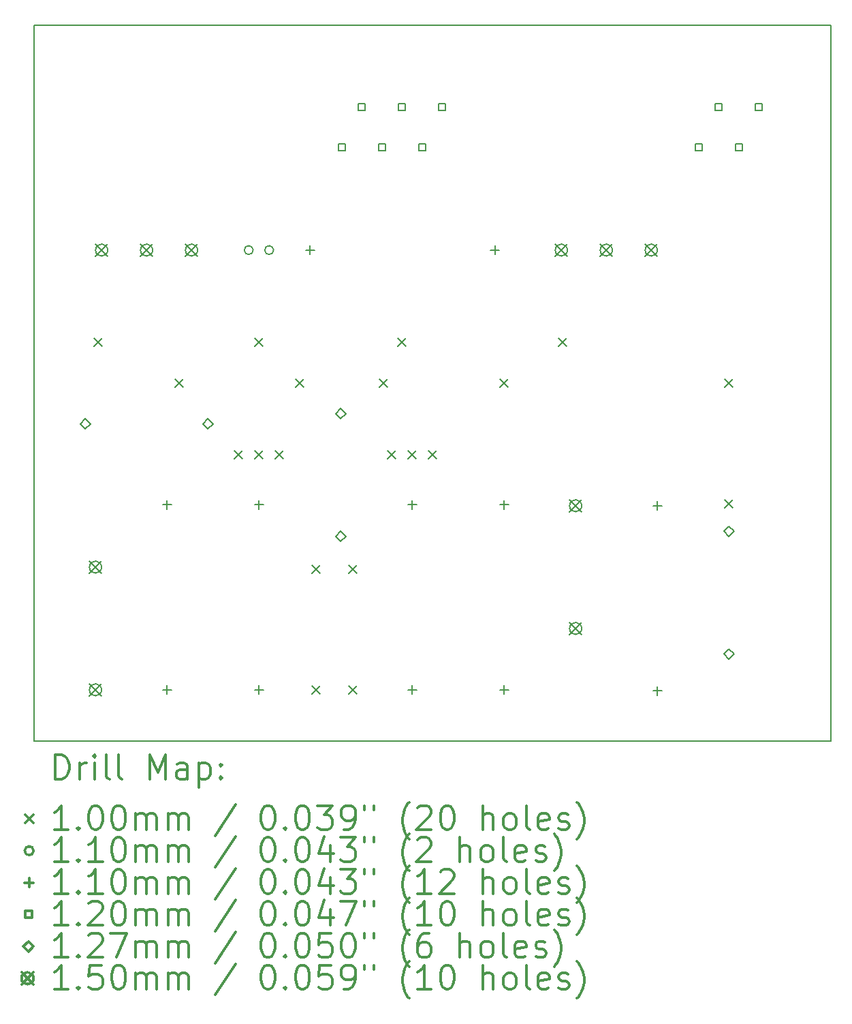
<source format=gbr>
%FSLAX45Y45*%
G04 Gerber Fmt 4.5, Leading zero omitted, Abs format (unit mm)*
G04 Created by KiCad (PCBNEW 4.0.5+dfsg1-4) date Sun Apr 16 11:46:54 2017*
%MOMM*%
%LPD*%
G01*
G04 APERTURE LIST*
%ADD10C,0.127000*%
%ADD11C,0.150000*%
%ADD12C,0.200000*%
%ADD13C,0.300000*%
G04 APERTURE END LIST*
D10*
D11*
X11938000Y-12446000D02*
X11938000Y-3556000D01*
X21844000Y-12446000D02*
X11938000Y-12446000D01*
X21844000Y-3556000D02*
X21844000Y-12446000D01*
X11938000Y-3556000D02*
X21844000Y-3556000D01*
D12*
X12681962Y-7442962D02*
X12782038Y-7543038D01*
X12782038Y-7442962D02*
X12681962Y-7543038D01*
X13689962Y-7950962D02*
X13790038Y-8051038D01*
X13790038Y-7950962D02*
X13689962Y-8051038D01*
X14427962Y-8839962D02*
X14528038Y-8940038D01*
X14528038Y-8839962D02*
X14427962Y-8940038D01*
X14681962Y-7442962D02*
X14782038Y-7543038D01*
X14782038Y-7442962D02*
X14681962Y-7543038D01*
X14681962Y-8839962D02*
X14782038Y-8940038D01*
X14782038Y-8839962D02*
X14681962Y-8940038D01*
X14935962Y-8839962D02*
X15036038Y-8940038D01*
X15036038Y-8839962D02*
X14935962Y-8940038D01*
X15189962Y-7950962D02*
X15290038Y-8051038D01*
X15290038Y-7950962D02*
X15189962Y-8051038D01*
X15393162Y-10260962D02*
X15493238Y-10361038D01*
X15493238Y-10260962D02*
X15393162Y-10361038D01*
X15393162Y-11760962D02*
X15493238Y-11861038D01*
X15493238Y-11760962D02*
X15393162Y-11861038D01*
X15850362Y-10260962D02*
X15950438Y-10361038D01*
X15950438Y-10260962D02*
X15850362Y-10361038D01*
X15850362Y-11760962D02*
X15950438Y-11861038D01*
X15950438Y-11760962D02*
X15850362Y-11861038D01*
X16229962Y-7950962D02*
X16330038Y-8051038D01*
X16330038Y-7950962D02*
X16229962Y-8051038D01*
X16332962Y-8839962D02*
X16433038Y-8940038D01*
X16433038Y-8839962D02*
X16332962Y-8940038D01*
X16459962Y-7442962D02*
X16560038Y-7543038D01*
X16560038Y-7442962D02*
X16459962Y-7543038D01*
X16586962Y-8839962D02*
X16687038Y-8940038D01*
X16687038Y-8839962D02*
X16586962Y-8940038D01*
X16840962Y-8839962D02*
X16941038Y-8940038D01*
X16941038Y-8839962D02*
X16840962Y-8940038D01*
X17729962Y-7950962D02*
X17830038Y-8051038D01*
X17830038Y-7950962D02*
X17729962Y-8051038D01*
X18459962Y-7442962D02*
X18560038Y-7543038D01*
X18560038Y-7442962D02*
X18459962Y-7543038D01*
X20523962Y-7950962D02*
X20624038Y-8051038D01*
X20624038Y-7950962D02*
X20523962Y-8051038D01*
X20523962Y-9450962D02*
X20624038Y-9551038D01*
X20624038Y-9450962D02*
X20523962Y-9551038D01*
X14659864Y-6350000D02*
G75*
G03X14659864Y-6350000I-54864J0D01*
G01*
X14913864Y-6350000D02*
G75*
G03X14913864Y-6350000I-54864J0D01*
G01*
X13589000Y-9456000D02*
X13589000Y-9566000D01*
X13534000Y-9511000D02*
X13644000Y-9511000D01*
X13589000Y-11756000D02*
X13589000Y-11866000D01*
X13534000Y-11811000D02*
X13644000Y-11811000D01*
X14732000Y-9456000D02*
X14732000Y-9566000D01*
X14677000Y-9511000D02*
X14787000Y-9511000D01*
X14732000Y-11756000D02*
X14732000Y-11866000D01*
X14677000Y-11811000D02*
X14787000Y-11811000D01*
X15367000Y-6295000D02*
X15367000Y-6405000D01*
X15312000Y-6350000D02*
X15422000Y-6350000D01*
X16637000Y-9456000D02*
X16637000Y-9566000D01*
X16582000Y-9511000D02*
X16692000Y-9511000D01*
X16637000Y-11756000D02*
X16637000Y-11866000D01*
X16582000Y-11811000D02*
X16692000Y-11811000D01*
X17667000Y-6295000D02*
X17667000Y-6405000D01*
X17612000Y-6350000D02*
X17722000Y-6350000D01*
X17780000Y-9456000D02*
X17780000Y-9566000D01*
X17725000Y-9511000D02*
X17835000Y-9511000D01*
X17780000Y-11756000D02*
X17780000Y-11866000D01*
X17725000Y-11811000D02*
X17835000Y-11811000D01*
X19685000Y-9470000D02*
X19685000Y-9580000D01*
X19630000Y-9525000D02*
X19740000Y-9525000D01*
X19685000Y-11770000D02*
X19685000Y-11880000D01*
X19630000Y-11825000D02*
X19740000Y-11825000D01*
X15802491Y-5114553D02*
X15802491Y-5029699D01*
X15717637Y-5029699D01*
X15717637Y-5114553D01*
X15802491Y-5114553D01*
X16052427Y-4614427D02*
X16052427Y-4529573D01*
X15967573Y-4529573D01*
X15967573Y-4614427D01*
X16052427Y-4614427D01*
X16302491Y-5114553D02*
X16302491Y-5029699D01*
X16217637Y-5029699D01*
X16217637Y-5114553D01*
X16302491Y-5114553D01*
X16552427Y-4614427D02*
X16552427Y-4529573D01*
X16467573Y-4529573D01*
X16467573Y-4614427D01*
X16552427Y-4614427D01*
X16802491Y-5114553D02*
X16802491Y-5029699D01*
X16717637Y-5029699D01*
X16717637Y-5114553D01*
X16802491Y-5114553D01*
X17052427Y-4614427D02*
X17052427Y-4529573D01*
X16967573Y-4529573D01*
X16967573Y-4614427D01*
X17052427Y-4614427D01*
X20239491Y-5114553D02*
X20239491Y-5029699D01*
X20154637Y-5029699D01*
X20154637Y-5114553D01*
X20239491Y-5114553D01*
X20489427Y-4614427D02*
X20489427Y-4529573D01*
X20404573Y-4529573D01*
X20404573Y-4614427D01*
X20489427Y-4614427D01*
X20739491Y-5114553D02*
X20739491Y-5029699D01*
X20654637Y-5029699D01*
X20654637Y-5114553D01*
X20739491Y-5114553D01*
X20989427Y-4614427D02*
X20989427Y-4529573D01*
X20904573Y-4529573D01*
X20904573Y-4614427D01*
X20989427Y-4614427D01*
X12573000Y-8572500D02*
X12636500Y-8509000D01*
X12573000Y-8445500D01*
X12509500Y-8509000D01*
X12573000Y-8572500D01*
X14097000Y-8572500D02*
X14160500Y-8509000D01*
X14097000Y-8445500D01*
X14033500Y-8509000D01*
X14097000Y-8572500D01*
X15748000Y-8445500D02*
X15811500Y-8382000D01*
X15748000Y-8318500D01*
X15684500Y-8382000D01*
X15748000Y-8445500D01*
X15748000Y-9969500D02*
X15811500Y-9906000D01*
X15748000Y-9842500D01*
X15684500Y-9906000D01*
X15748000Y-9969500D01*
X20574000Y-9906000D02*
X20637500Y-9842500D01*
X20574000Y-9779000D01*
X20510500Y-9842500D01*
X20574000Y-9906000D01*
X20574000Y-11430000D02*
X20637500Y-11366500D01*
X20574000Y-11303000D01*
X20510500Y-11366500D01*
X20574000Y-11430000D01*
X12624943Y-10211943D02*
X12775057Y-10362057D01*
X12775057Y-10211943D02*
X12624943Y-10362057D01*
X12775057Y-10287000D02*
G75*
G03X12775057Y-10287000I-75057J0D01*
G01*
X12624943Y-11735943D02*
X12775057Y-11886057D01*
X12775057Y-11735943D02*
X12624943Y-11886057D01*
X12775057Y-11811000D02*
G75*
G03X12775057Y-11811000I-75057J0D01*
G01*
X12701143Y-6274943D02*
X12851257Y-6425057D01*
X12851257Y-6274943D02*
X12701143Y-6425057D01*
X12851257Y-6350000D02*
G75*
G03X12851257Y-6350000I-75057J0D01*
G01*
X13259943Y-6274943D02*
X13410057Y-6425057D01*
X13410057Y-6274943D02*
X13259943Y-6425057D01*
X13410057Y-6350000D02*
G75*
G03X13410057Y-6350000I-75057J0D01*
G01*
X13818743Y-6274943D02*
X13968857Y-6425057D01*
X13968857Y-6274943D02*
X13818743Y-6425057D01*
X13968857Y-6350000D02*
G75*
G03X13968857Y-6350000I-75057J0D01*
G01*
X18416143Y-6274943D02*
X18566257Y-6425057D01*
X18566257Y-6274943D02*
X18416143Y-6425057D01*
X18566257Y-6350000D02*
G75*
G03X18566257Y-6350000I-75057J0D01*
G01*
X18593943Y-9449943D02*
X18744057Y-9600057D01*
X18744057Y-9449943D02*
X18593943Y-9600057D01*
X18744057Y-9525000D02*
G75*
G03X18744057Y-9525000I-75057J0D01*
G01*
X18593943Y-10973943D02*
X18744057Y-11124057D01*
X18744057Y-10973943D02*
X18593943Y-11124057D01*
X18744057Y-11049000D02*
G75*
G03X18744057Y-11049000I-75057J0D01*
G01*
X18974943Y-6274943D02*
X19125057Y-6425057D01*
X19125057Y-6274943D02*
X18974943Y-6425057D01*
X19125057Y-6350000D02*
G75*
G03X19125057Y-6350000I-75057J0D01*
G01*
X19533743Y-6274943D02*
X19683857Y-6425057D01*
X19683857Y-6274943D02*
X19533743Y-6425057D01*
X19683857Y-6350000D02*
G75*
G03X19683857Y-6350000I-75057J0D01*
G01*
D13*
X12201928Y-12919214D02*
X12201928Y-12619214D01*
X12273357Y-12619214D01*
X12316214Y-12633500D01*
X12344786Y-12662071D01*
X12359071Y-12690643D01*
X12373357Y-12747786D01*
X12373357Y-12790643D01*
X12359071Y-12847786D01*
X12344786Y-12876357D01*
X12316214Y-12904929D01*
X12273357Y-12919214D01*
X12201928Y-12919214D01*
X12501928Y-12919214D02*
X12501928Y-12719214D01*
X12501928Y-12776357D02*
X12516214Y-12747786D01*
X12530500Y-12733500D01*
X12559071Y-12719214D01*
X12587643Y-12719214D01*
X12687643Y-12919214D02*
X12687643Y-12719214D01*
X12687643Y-12619214D02*
X12673357Y-12633500D01*
X12687643Y-12647786D01*
X12701928Y-12633500D01*
X12687643Y-12619214D01*
X12687643Y-12647786D01*
X12873357Y-12919214D02*
X12844786Y-12904929D01*
X12830500Y-12876357D01*
X12830500Y-12619214D01*
X13030500Y-12919214D02*
X13001928Y-12904929D01*
X12987643Y-12876357D01*
X12987643Y-12619214D01*
X13373357Y-12919214D02*
X13373357Y-12619214D01*
X13473357Y-12833500D01*
X13573357Y-12619214D01*
X13573357Y-12919214D01*
X13844786Y-12919214D02*
X13844786Y-12762071D01*
X13830500Y-12733500D01*
X13801928Y-12719214D01*
X13744786Y-12719214D01*
X13716214Y-12733500D01*
X13844786Y-12904929D02*
X13816214Y-12919214D01*
X13744786Y-12919214D01*
X13716214Y-12904929D01*
X13701928Y-12876357D01*
X13701928Y-12847786D01*
X13716214Y-12819214D01*
X13744786Y-12804929D01*
X13816214Y-12804929D01*
X13844786Y-12790643D01*
X13987643Y-12719214D02*
X13987643Y-13019214D01*
X13987643Y-12733500D02*
X14016214Y-12719214D01*
X14073357Y-12719214D01*
X14101928Y-12733500D01*
X14116214Y-12747786D01*
X14130500Y-12776357D01*
X14130500Y-12862071D01*
X14116214Y-12890643D01*
X14101928Y-12904929D01*
X14073357Y-12919214D01*
X14016214Y-12919214D01*
X13987643Y-12904929D01*
X14259071Y-12890643D02*
X14273357Y-12904929D01*
X14259071Y-12919214D01*
X14244786Y-12904929D01*
X14259071Y-12890643D01*
X14259071Y-12919214D01*
X14259071Y-12733500D02*
X14273357Y-12747786D01*
X14259071Y-12762071D01*
X14244786Y-12747786D01*
X14259071Y-12733500D01*
X14259071Y-12762071D01*
X11830424Y-13363462D02*
X11930500Y-13463538D01*
X11930500Y-13363462D02*
X11830424Y-13463538D01*
X12359071Y-13549214D02*
X12187643Y-13549214D01*
X12273357Y-13549214D02*
X12273357Y-13249214D01*
X12244786Y-13292071D01*
X12216214Y-13320643D01*
X12187643Y-13334929D01*
X12487643Y-13520643D02*
X12501928Y-13534929D01*
X12487643Y-13549214D01*
X12473357Y-13534929D01*
X12487643Y-13520643D01*
X12487643Y-13549214D01*
X12687643Y-13249214D02*
X12716214Y-13249214D01*
X12744786Y-13263500D01*
X12759071Y-13277786D01*
X12773357Y-13306357D01*
X12787643Y-13363500D01*
X12787643Y-13434929D01*
X12773357Y-13492071D01*
X12759071Y-13520643D01*
X12744786Y-13534929D01*
X12716214Y-13549214D01*
X12687643Y-13549214D01*
X12659071Y-13534929D01*
X12644786Y-13520643D01*
X12630500Y-13492071D01*
X12616214Y-13434929D01*
X12616214Y-13363500D01*
X12630500Y-13306357D01*
X12644786Y-13277786D01*
X12659071Y-13263500D01*
X12687643Y-13249214D01*
X12973357Y-13249214D02*
X13001928Y-13249214D01*
X13030500Y-13263500D01*
X13044786Y-13277786D01*
X13059071Y-13306357D01*
X13073357Y-13363500D01*
X13073357Y-13434929D01*
X13059071Y-13492071D01*
X13044786Y-13520643D01*
X13030500Y-13534929D01*
X13001928Y-13549214D01*
X12973357Y-13549214D01*
X12944786Y-13534929D01*
X12930500Y-13520643D01*
X12916214Y-13492071D01*
X12901928Y-13434929D01*
X12901928Y-13363500D01*
X12916214Y-13306357D01*
X12930500Y-13277786D01*
X12944786Y-13263500D01*
X12973357Y-13249214D01*
X13201928Y-13549214D02*
X13201928Y-13349214D01*
X13201928Y-13377786D02*
X13216214Y-13363500D01*
X13244786Y-13349214D01*
X13287643Y-13349214D01*
X13316214Y-13363500D01*
X13330500Y-13392071D01*
X13330500Y-13549214D01*
X13330500Y-13392071D02*
X13344786Y-13363500D01*
X13373357Y-13349214D01*
X13416214Y-13349214D01*
X13444786Y-13363500D01*
X13459071Y-13392071D01*
X13459071Y-13549214D01*
X13601928Y-13549214D02*
X13601928Y-13349214D01*
X13601928Y-13377786D02*
X13616214Y-13363500D01*
X13644786Y-13349214D01*
X13687643Y-13349214D01*
X13716214Y-13363500D01*
X13730500Y-13392071D01*
X13730500Y-13549214D01*
X13730500Y-13392071D02*
X13744786Y-13363500D01*
X13773357Y-13349214D01*
X13816214Y-13349214D01*
X13844786Y-13363500D01*
X13859071Y-13392071D01*
X13859071Y-13549214D01*
X14444786Y-13234929D02*
X14187643Y-13620643D01*
X14830500Y-13249214D02*
X14859071Y-13249214D01*
X14887643Y-13263500D01*
X14901928Y-13277786D01*
X14916214Y-13306357D01*
X14930500Y-13363500D01*
X14930500Y-13434929D01*
X14916214Y-13492071D01*
X14901928Y-13520643D01*
X14887643Y-13534929D01*
X14859071Y-13549214D01*
X14830500Y-13549214D01*
X14801928Y-13534929D01*
X14787643Y-13520643D01*
X14773357Y-13492071D01*
X14759071Y-13434929D01*
X14759071Y-13363500D01*
X14773357Y-13306357D01*
X14787643Y-13277786D01*
X14801928Y-13263500D01*
X14830500Y-13249214D01*
X15059071Y-13520643D02*
X15073357Y-13534929D01*
X15059071Y-13549214D01*
X15044786Y-13534929D01*
X15059071Y-13520643D01*
X15059071Y-13549214D01*
X15259071Y-13249214D02*
X15287643Y-13249214D01*
X15316214Y-13263500D01*
X15330500Y-13277786D01*
X15344785Y-13306357D01*
X15359071Y-13363500D01*
X15359071Y-13434929D01*
X15344785Y-13492071D01*
X15330500Y-13520643D01*
X15316214Y-13534929D01*
X15287643Y-13549214D01*
X15259071Y-13549214D01*
X15230500Y-13534929D01*
X15216214Y-13520643D01*
X15201928Y-13492071D01*
X15187643Y-13434929D01*
X15187643Y-13363500D01*
X15201928Y-13306357D01*
X15216214Y-13277786D01*
X15230500Y-13263500D01*
X15259071Y-13249214D01*
X15459071Y-13249214D02*
X15644785Y-13249214D01*
X15544785Y-13363500D01*
X15587643Y-13363500D01*
X15616214Y-13377786D01*
X15630500Y-13392071D01*
X15644785Y-13420643D01*
X15644785Y-13492071D01*
X15630500Y-13520643D01*
X15616214Y-13534929D01*
X15587643Y-13549214D01*
X15501928Y-13549214D01*
X15473357Y-13534929D01*
X15459071Y-13520643D01*
X15787643Y-13549214D02*
X15844785Y-13549214D01*
X15873357Y-13534929D01*
X15887643Y-13520643D01*
X15916214Y-13477786D01*
X15930500Y-13420643D01*
X15930500Y-13306357D01*
X15916214Y-13277786D01*
X15901928Y-13263500D01*
X15873357Y-13249214D01*
X15816214Y-13249214D01*
X15787643Y-13263500D01*
X15773357Y-13277786D01*
X15759071Y-13306357D01*
X15759071Y-13377786D01*
X15773357Y-13406357D01*
X15787643Y-13420643D01*
X15816214Y-13434929D01*
X15873357Y-13434929D01*
X15901928Y-13420643D01*
X15916214Y-13406357D01*
X15930500Y-13377786D01*
X16044786Y-13249214D02*
X16044786Y-13306357D01*
X16159071Y-13249214D02*
X16159071Y-13306357D01*
X16601928Y-13663500D02*
X16587643Y-13649214D01*
X16559071Y-13606357D01*
X16544785Y-13577786D01*
X16530500Y-13534929D01*
X16516214Y-13463500D01*
X16516214Y-13406357D01*
X16530500Y-13334929D01*
X16544785Y-13292071D01*
X16559071Y-13263500D01*
X16587643Y-13220643D01*
X16601928Y-13206357D01*
X16701928Y-13277786D02*
X16716214Y-13263500D01*
X16744785Y-13249214D01*
X16816214Y-13249214D01*
X16844786Y-13263500D01*
X16859071Y-13277786D01*
X16873357Y-13306357D01*
X16873357Y-13334929D01*
X16859071Y-13377786D01*
X16687643Y-13549214D01*
X16873357Y-13549214D01*
X17059071Y-13249214D02*
X17087643Y-13249214D01*
X17116214Y-13263500D01*
X17130500Y-13277786D01*
X17144786Y-13306357D01*
X17159071Y-13363500D01*
X17159071Y-13434929D01*
X17144786Y-13492071D01*
X17130500Y-13520643D01*
X17116214Y-13534929D01*
X17087643Y-13549214D01*
X17059071Y-13549214D01*
X17030500Y-13534929D01*
X17016214Y-13520643D01*
X17001928Y-13492071D01*
X16987643Y-13434929D01*
X16987643Y-13363500D01*
X17001928Y-13306357D01*
X17016214Y-13277786D01*
X17030500Y-13263500D01*
X17059071Y-13249214D01*
X17516214Y-13549214D02*
X17516214Y-13249214D01*
X17644786Y-13549214D02*
X17644786Y-13392071D01*
X17630500Y-13363500D01*
X17601928Y-13349214D01*
X17559071Y-13349214D01*
X17530500Y-13363500D01*
X17516214Y-13377786D01*
X17830500Y-13549214D02*
X17801928Y-13534929D01*
X17787643Y-13520643D01*
X17773357Y-13492071D01*
X17773357Y-13406357D01*
X17787643Y-13377786D01*
X17801928Y-13363500D01*
X17830500Y-13349214D01*
X17873357Y-13349214D01*
X17901928Y-13363500D01*
X17916214Y-13377786D01*
X17930500Y-13406357D01*
X17930500Y-13492071D01*
X17916214Y-13520643D01*
X17901928Y-13534929D01*
X17873357Y-13549214D01*
X17830500Y-13549214D01*
X18101928Y-13549214D02*
X18073357Y-13534929D01*
X18059071Y-13506357D01*
X18059071Y-13249214D01*
X18330500Y-13534929D02*
X18301929Y-13549214D01*
X18244786Y-13549214D01*
X18216214Y-13534929D01*
X18201929Y-13506357D01*
X18201929Y-13392071D01*
X18216214Y-13363500D01*
X18244786Y-13349214D01*
X18301929Y-13349214D01*
X18330500Y-13363500D01*
X18344786Y-13392071D01*
X18344786Y-13420643D01*
X18201929Y-13449214D01*
X18459071Y-13534929D02*
X18487643Y-13549214D01*
X18544786Y-13549214D01*
X18573357Y-13534929D01*
X18587643Y-13506357D01*
X18587643Y-13492071D01*
X18573357Y-13463500D01*
X18544786Y-13449214D01*
X18501929Y-13449214D01*
X18473357Y-13434929D01*
X18459071Y-13406357D01*
X18459071Y-13392071D01*
X18473357Y-13363500D01*
X18501929Y-13349214D01*
X18544786Y-13349214D01*
X18573357Y-13363500D01*
X18687643Y-13663500D02*
X18701929Y-13649214D01*
X18730500Y-13606357D01*
X18744786Y-13577786D01*
X18759071Y-13534929D01*
X18773357Y-13463500D01*
X18773357Y-13406357D01*
X18759071Y-13334929D01*
X18744786Y-13292071D01*
X18730500Y-13263500D01*
X18701929Y-13220643D01*
X18687643Y-13206357D01*
X11930500Y-13809500D02*
G75*
G03X11930500Y-13809500I-54864J0D01*
G01*
X12359071Y-13945214D02*
X12187643Y-13945214D01*
X12273357Y-13945214D02*
X12273357Y-13645214D01*
X12244786Y-13688071D01*
X12216214Y-13716643D01*
X12187643Y-13730929D01*
X12487643Y-13916643D02*
X12501928Y-13930929D01*
X12487643Y-13945214D01*
X12473357Y-13930929D01*
X12487643Y-13916643D01*
X12487643Y-13945214D01*
X12787643Y-13945214D02*
X12616214Y-13945214D01*
X12701928Y-13945214D02*
X12701928Y-13645214D01*
X12673357Y-13688071D01*
X12644786Y-13716643D01*
X12616214Y-13730929D01*
X12973357Y-13645214D02*
X13001928Y-13645214D01*
X13030500Y-13659500D01*
X13044786Y-13673786D01*
X13059071Y-13702357D01*
X13073357Y-13759500D01*
X13073357Y-13830929D01*
X13059071Y-13888071D01*
X13044786Y-13916643D01*
X13030500Y-13930929D01*
X13001928Y-13945214D01*
X12973357Y-13945214D01*
X12944786Y-13930929D01*
X12930500Y-13916643D01*
X12916214Y-13888071D01*
X12901928Y-13830929D01*
X12901928Y-13759500D01*
X12916214Y-13702357D01*
X12930500Y-13673786D01*
X12944786Y-13659500D01*
X12973357Y-13645214D01*
X13201928Y-13945214D02*
X13201928Y-13745214D01*
X13201928Y-13773786D02*
X13216214Y-13759500D01*
X13244786Y-13745214D01*
X13287643Y-13745214D01*
X13316214Y-13759500D01*
X13330500Y-13788071D01*
X13330500Y-13945214D01*
X13330500Y-13788071D02*
X13344786Y-13759500D01*
X13373357Y-13745214D01*
X13416214Y-13745214D01*
X13444786Y-13759500D01*
X13459071Y-13788071D01*
X13459071Y-13945214D01*
X13601928Y-13945214D02*
X13601928Y-13745214D01*
X13601928Y-13773786D02*
X13616214Y-13759500D01*
X13644786Y-13745214D01*
X13687643Y-13745214D01*
X13716214Y-13759500D01*
X13730500Y-13788071D01*
X13730500Y-13945214D01*
X13730500Y-13788071D02*
X13744786Y-13759500D01*
X13773357Y-13745214D01*
X13816214Y-13745214D01*
X13844786Y-13759500D01*
X13859071Y-13788071D01*
X13859071Y-13945214D01*
X14444786Y-13630929D02*
X14187643Y-14016643D01*
X14830500Y-13645214D02*
X14859071Y-13645214D01*
X14887643Y-13659500D01*
X14901928Y-13673786D01*
X14916214Y-13702357D01*
X14930500Y-13759500D01*
X14930500Y-13830929D01*
X14916214Y-13888071D01*
X14901928Y-13916643D01*
X14887643Y-13930929D01*
X14859071Y-13945214D01*
X14830500Y-13945214D01*
X14801928Y-13930929D01*
X14787643Y-13916643D01*
X14773357Y-13888071D01*
X14759071Y-13830929D01*
X14759071Y-13759500D01*
X14773357Y-13702357D01*
X14787643Y-13673786D01*
X14801928Y-13659500D01*
X14830500Y-13645214D01*
X15059071Y-13916643D02*
X15073357Y-13930929D01*
X15059071Y-13945214D01*
X15044786Y-13930929D01*
X15059071Y-13916643D01*
X15059071Y-13945214D01*
X15259071Y-13645214D02*
X15287643Y-13645214D01*
X15316214Y-13659500D01*
X15330500Y-13673786D01*
X15344785Y-13702357D01*
X15359071Y-13759500D01*
X15359071Y-13830929D01*
X15344785Y-13888071D01*
X15330500Y-13916643D01*
X15316214Y-13930929D01*
X15287643Y-13945214D01*
X15259071Y-13945214D01*
X15230500Y-13930929D01*
X15216214Y-13916643D01*
X15201928Y-13888071D01*
X15187643Y-13830929D01*
X15187643Y-13759500D01*
X15201928Y-13702357D01*
X15216214Y-13673786D01*
X15230500Y-13659500D01*
X15259071Y-13645214D01*
X15616214Y-13745214D02*
X15616214Y-13945214D01*
X15544785Y-13630929D02*
X15473357Y-13845214D01*
X15659071Y-13845214D01*
X15744785Y-13645214D02*
X15930500Y-13645214D01*
X15830500Y-13759500D01*
X15873357Y-13759500D01*
X15901928Y-13773786D01*
X15916214Y-13788071D01*
X15930500Y-13816643D01*
X15930500Y-13888071D01*
X15916214Y-13916643D01*
X15901928Y-13930929D01*
X15873357Y-13945214D01*
X15787643Y-13945214D01*
X15759071Y-13930929D01*
X15744785Y-13916643D01*
X16044786Y-13645214D02*
X16044786Y-13702357D01*
X16159071Y-13645214D02*
X16159071Y-13702357D01*
X16601928Y-14059500D02*
X16587643Y-14045214D01*
X16559071Y-14002357D01*
X16544785Y-13973786D01*
X16530500Y-13930929D01*
X16516214Y-13859500D01*
X16516214Y-13802357D01*
X16530500Y-13730929D01*
X16544785Y-13688071D01*
X16559071Y-13659500D01*
X16587643Y-13616643D01*
X16601928Y-13602357D01*
X16701928Y-13673786D02*
X16716214Y-13659500D01*
X16744785Y-13645214D01*
X16816214Y-13645214D01*
X16844786Y-13659500D01*
X16859071Y-13673786D01*
X16873357Y-13702357D01*
X16873357Y-13730929D01*
X16859071Y-13773786D01*
X16687643Y-13945214D01*
X16873357Y-13945214D01*
X17230500Y-13945214D02*
X17230500Y-13645214D01*
X17359071Y-13945214D02*
X17359071Y-13788071D01*
X17344786Y-13759500D01*
X17316214Y-13745214D01*
X17273357Y-13745214D01*
X17244786Y-13759500D01*
X17230500Y-13773786D01*
X17544786Y-13945214D02*
X17516214Y-13930929D01*
X17501928Y-13916643D01*
X17487643Y-13888071D01*
X17487643Y-13802357D01*
X17501928Y-13773786D01*
X17516214Y-13759500D01*
X17544786Y-13745214D01*
X17587643Y-13745214D01*
X17616214Y-13759500D01*
X17630500Y-13773786D01*
X17644786Y-13802357D01*
X17644786Y-13888071D01*
X17630500Y-13916643D01*
X17616214Y-13930929D01*
X17587643Y-13945214D01*
X17544786Y-13945214D01*
X17816214Y-13945214D02*
X17787643Y-13930929D01*
X17773357Y-13902357D01*
X17773357Y-13645214D01*
X18044786Y-13930929D02*
X18016214Y-13945214D01*
X17959071Y-13945214D01*
X17930500Y-13930929D01*
X17916214Y-13902357D01*
X17916214Y-13788071D01*
X17930500Y-13759500D01*
X17959071Y-13745214D01*
X18016214Y-13745214D01*
X18044786Y-13759500D01*
X18059071Y-13788071D01*
X18059071Y-13816643D01*
X17916214Y-13845214D01*
X18173357Y-13930929D02*
X18201929Y-13945214D01*
X18259071Y-13945214D01*
X18287643Y-13930929D01*
X18301929Y-13902357D01*
X18301929Y-13888071D01*
X18287643Y-13859500D01*
X18259071Y-13845214D01*
X18216214Y-13845214D01*
X18187643Y-13830929D01*
X18173357Y-13802357D01*
X18173357Y-13788071D01*
X18187643Y-13759500D01*
X18216214Y-13745214D01*
X18259071Y-13745214D01*
X18287643Y-13759500D01*
X18401928Y-14059500D02*
X18416214Y-14045214D01*
X18444786Y-14002357D01*
X18459071Y-13973786D01*
X18473357Y-13930929D01*
X18487643Y-13859500D01*
X18487643Y-13802357D01*
X18473357Y-13730929D01*
X18459071Y-13688071D01*
X18444786Y-13659500D01*
X18416214Y-13616643D01*
X18401928Y-13602357D01*
X11875500Y-14150500D02*
X11875500Y-14260500D01*
X11820500Y-14205500D02*
X11930500Y-14205500D01*
X12359071Y-14341214D02*
X12187643Y-14341214D01*
X12273357Y-14341214D02*
X12273357Y-14041214D01*
X12244786Y-14084071D01*
X12216214Y-14112643D01*
X12187643Y-14126929D01*
X12487643Y-14312643D02*
X12501928Y-14326929D01*
X12487643Y-14341214D01*
X12473357Y-14326929D01*
X12487643Y-14312643D01*
X12487643Y-14341214D01*
X12787643Y-14341214D02*
X12616214Y-14341214D01*
X12701928Y-14341214D02*
X12701928Y-14041214D01*
X12673357Y-14084071D01*
X12644786Y-14112643D01*
X12616214Y-14126929D01*
X12973357Y-14041214D02*
X13001928Y-14041214D01*
X13030500Y-14055500D01*
X13044786Y-14069786D01*
X13059071Y-14098357D01*
X13073357Y-14155500D01*
X13073357Y-14226929D01*
X13059071Y-14284071D01*
X13044786Y-14312643D01*
X13030500Y-14326929D01*
X13001928Y-14341214D01*
X12973357Y-14341214D01*
X12944786Y-14326929D01*
X12930500Y-14312643D01*
X12916214Y-14284071D01*
X12901928Y-14226929D01*
X12901928Y-14155500D01*
X12916214Y-14098357D01*
X12930500Y-14069786D01*
X12944786Y-14055500D01*
X12973357Y-14041214D01*
X13201928Y-14341214D02*
X13201928Y-14141214D01*
X13201928Y-14169786D02*
X13216214Y-14155500D01*
X13244786Y-14141214D01*
X13287643Y-14141214D01*
X13316214Y-14155500D01*
X13330500Y-14184071D01*
X13330500Y-14341214D01*
X13330500Y-14184071D02*
X13344786Y-14155500D01*
X13373357Y-14141214D01*
X13416214Y-14141214D01*
X13444786Y-14155500D01*
X13459071Y-14184071D01*
X13459071Y-14341214D01*
X13601928Y-14341214D02*
X13601928Y-14141214D01*
X13601928Y-14169786D02*
X13616214Y-14155500D01*
X13644786Y-14141214D01*
X13687643Y-14141214D01*
X13716214Y-14155500D01*
X13730500Y-14184071D01*
X13730500Y-14341214D01*
X13730500Y-14184071D02*
X13744786Y-14155500D01*
X13773357Y-14141214D01*
X13816214Y-14141214D01*
X13844786Y-14155500D01*
X13859071Y-14184071D01*
X13859071Y-14341214D01*
X14444786Y-14026929D02*
X14187643Y-14412643D01*
X14830500Y-14041214D02*
X14859071Y-14041214D01*
X14887643Y-14055500D01*
X14901928Y-14069786D01*
X14916214Y-14098357D01*
X14930500Y-14155500D01*
X14930500Y-14226929D01*
X14916214Y-14284071D01*
X14901928Y-14312643D01*
X14887643Y-14326929D01*
X14859071Y-14341214D01*
X14830500Y-14341214D01*
X14801928Y-14326929D01*
X14787643Y-14312643D01*
X14773357Y-14284071D01*
X14759071Y-14226929D01*
X14759071Y-14155500D01*
X14773357Y-14098357D01*
X14787643Y-14069786D01*
X14801928Y-14055500D01*
X14830500Y-14041214D01*
X15059071Y-14312643D02*
X15073357Y-14326929D01*
X15059071Y-14341214D01*
X15044786Y-14326929D01*
X15059071Y-14312643D01*
X15059071Y-14341214D01*
X15259071Y-14041214D02*
X15287643Y-14041214D01*
X15316214Y-14055500D01*
X15330500Y-14069786D01*
X15344785Y-14098357D01*
X15359071Y-14155500D01*
X15359071Y-14226929D01*
X15344785Y-14284071D01*
X15330500Y-14312643D01*
X15316214Y-14326929D01*
X15287643Y-14341214D01*
X15259071Y-14341214D01*
X15230500Y-14326929D01*
X15216214Y-14312643D01*
X15201928Y-14284071D01*
X15187643Y-14226929D01*
X15187643Y-14155500D01*
X15201928Y-14098357D01*
X15216214Y-14069786D01*
X15230500Y-14055500D01*
X15259071Y-14041214D01*
X15616214Y-14141214D02*
X15616214Y-14341214D01*
X15544785Y-14026929D02*
X15473357Y-14241214D01*
X15659071Y-14241214D01*
X15744785Y-14041214D02*
X15930500Y-14041214D01*
X15830500Y-14155500D01*
X15873357Y-14155500D01*
X15901928Y-14169786D01*
X15916214Y-14184071D01*
X15930500Y-14212643D01*
X15930500Y-14284071D01*
X15916214Y-14312643D01*
X15901928Y-14326929D01*
X15873357Y-14341214D01*
X15787643Y-14341214D01*
X15759071Y-14326929D01*
X15744785Y-14312643D01*
X16044786Y-14041214D02*
X16044786Y-14098357D01*
X16159071Y-14041214D02*
X16159071Y-14098357D01*
X16601928Y-14455500D02*
X16587643Y-14441214D01*
X16559071Y-14398357D01*
X16544785Y-14369786D01*
X16530500Y-14326929D01*
X16516214Y-14255500D01*
X16516214Y-14198357D01*
X16530500Y-14126929D01*
X16544785Y-14084071D01*
X16559071Y-14055500D01*
X16587643Y-14012643D01*
X16601928Y-13998357D01*
X16873357Y-14341214D02*
X16701928Y-14341214D01*
X16787643Y-14341214D02*
X16787643Y-14041214D01*
X16759071Y-14084071D01*
X16730500Y-14112643D01*
X16701928Y-14126929D01*
X16987643Y-14069786D02*
X17001928Y-14055500D01*
X17030500Y-14041214D01*
X17101928Y-14041214D01*
X17130500Y-14055500D01*
X17144786Y-14069786D01*
X17159071Y-14098357D01*
X17159071Y-14126929D01*
X17144786Y-14169786D01*
X16973357Y-14341214D01*
X17159071Y-14341214D01*
X17516214Y-14341214D02*
X17516214Y-14041214D01*
X17644786Y-14341214D02*
X17644786Y-14184071D01*
X17630500Y-14155500D01*
X17601928Y-14141214D01*
X17559071Y-14141214D01*
X17530500Y-14155500D01*
X17516214Y-14169786D01*
X17830500Y-14341214D02*
X17801928Y-14326929D01*
X17787643Y-14312643D01*
X17773357Y-14284071D01*
X17773357Y-14198357D01*
X17787643Y-14169786D01*
X17801928Y-14155500D01*
X17830500Y-14141214D01*
X17873357Y-14141214D01*
X17901928Y-14155500D01*
X17916214Y-14169786D01*
X17930500Y-14198357D01*
X17930500Y-14284071D01*
X17916214Y-14312643D01*
X17901928Y-14326929D01*
X17873357Y-14341214D01*
X17830500Y-14341214D01*
X18101928Y-14341214D02*
X18073357Y-14326929D01*
X18059071Y-14298357D01*
X18059071Y-14041214D01*
X18330500Y-14326929D02*
X18301929Y-14341214D01*
X18244786Y-14341214D01*
X18216214Y-14326929D01*
X18201929Y-14298357D01*
X18201929Y-14184071D01*
X18216214Y-14155500D01*
X18244786Y-14141214D01*
X18301929Y-14141214D01*
X18330500Y-14155500D01*
X18344786Y-14184071D01*
X18344786Y-14212643D01*
X18201929Y-14241214D01*
X18459071Y-14326929D02*
X18487643Y-14341214D01*
X18544786Y-14341214D01*
X18573357Y-14326929D01*
X18587643Y-14298357D01*
X18587643Y-14284071D01*
X18573357Y-14255500D01*
X18544786Y-14241214D01*
X18501929Y-14241214D01*
X18473357Y-14226929D01*
X18459071Y-14198357D01*
X18459071Y-14184071D01*
X18473357Y-14155500D01*
X18501929Y-14141214D01*
X18544786Y-14141214D01*
X18573357Y-14155500D01*
X18687643Y-14455500D02*
X18701929Y-14441214D01*
X18730500Y-14398357D01*
X18744786Y-14369786D01*
X18759071Y-14326929D01*
X18773357Y-14255500D01*
X18773357Y-14198357D01*
X18759071Y-14126929D01*
X18744786Y-14084071D01*
X18730500Y-14055500D01*
X18701929Y-14012643D01*
X18687643Y-13998357D01*
X11912927Y-14643927D02*
X11912927Y-14559073D01*
X11828073Y-14559073D01*
X11828073Y-14643927D01*
X11912927Y-14643927D01*
X12359071Y-14737214D02*
X12187643Y-14737214D01*
X12273357Y-14737214D02*
X12273357Y-14437214D01*
X12244786Y-14480071D01*
X12216214Y-14508643D01*
X12187643Y-14522929D01*
X12487643Y-14708643D02*
X12501928Y-14722929D01*
X12487643Y-14737214D01*
X12473357Y-14722929D01*
X12487643Y-14708643D01*
X12487643Y-14737214D01*
X12616214Y-14465786D02*
X12630500Y-14451500D01*
X12659071Y-14437214D01*
X12730500Y-14437214D01*
X12759071Y-14451500D01*
X12773357Y-14465786D01*
X12787643Y-14494357D01*
X12787643Y-14522929D01*
X12773357Y-14565786D01*
X12601928Y-14737214D01*
X12787643Y-14737214D01*
X12973357Y-14437214D02*
X13001928Y-14437214D01*
X13030500Y-14451500D01*
X13044786Y-14465786D01*
X13059071Y-14494357D01*
X13073357Y-14551500D01*
X13073357Y-14622929D01*
X13059071Y-14680071D01*
X13044786Y-14708643D01*
X13030500Y-14722929D01*
X13001928Y-14737214D01*
X12973357Y-14737214D01*
X12944786Y-14722929D01*
X12930500Y-14708643D01*
X12916214Y-14680071D01*
X12901928Y-14622929D01*
X12901928Y-14551500D01*
X12916214Y-14494357D01*
X12930500Y-14465786D01*
X12944786Y-14451500D01*
X12973357Y-14437214D01*
X13201928Y-14737214D02*
X13201928Y-14537214D01*
X13201928Y-14565786D02*
X13216214Y-14551500D01*
X13244786Y-14537214D01*
X13287643Y-14537214D01*
X13316214Y-14551500D01*
X13330500Y-14580071D01*
X13330500Y-14737214D01*
X13330500Y-14580071D02*
X13344786Y-14551500D01*
X13373357Y-14537214D01*
X13416214Y-14537214D01*
X13444786Y-14551500D01*
X13459071Y-14580071D01*
X13459071Y-14737214D01*
X13601928Y-14737214D02*
X13601928Y-14537214D01*
X13601928Y-14565786D02*
X13616214Y-14551500D01*
X13644786Y-14537214D01*
X13687643Y-14537214D01*
X13716214Y-14551500D01*
X13730500Y-14580071D01*
X13730500Y-14737214D01*
X13730500Y-14580071D02*
X13744786Y-14551500D01*
X13773357Y-14537214D01*
X13816214Y-14537214D01*
X13844786Y-14551500D01*
X13859071Y-14580071D01*
X13859071Y-14737214D01*
X14444786Y-14422929D02*
X14187643Y-14808643D01*
X14830500Y-14437214D02*
X14859071Y-14437214D01*
X14887643Y-14451500D01*
X14901928Y-14465786D01*
X14916214Y-14494357D01*
X14930500Y-14551500D01*
X14930500Y-14622929D01*
X14916214Y-14680071D01*
X14901928Y-14708643D01*
X14887643Y-14722929D01*
X14859071Y-14737214D01*
X14830500Y-14737214D01*
X14801928Y-14722929D01*
X14787643Y-14708643D01*
X14773357Y-14680071D01*
X14759071Y-14622929D01*
X14759071Y-14551500D01*
X14773357Y-14494357D01*
X14787643Y-14465786D01*
X14801928Y-14451500D01*
X14830500Y-14437214D01*
X15059071Y-14708643D02*
X15073357Y-14722929D01*
X15059071Y-14737214D01*
X15044786Y-14722929D01*
X15059071Y-14708643D01*
X15059071Y-14737214D01*
X15259071Y-14437214D02*
X15287643Y-14437214D01*
X15316214Y-14451500D01*
X15330500Y-14465786D01*
X15344785Y-14494357D01*
X15359071Y-14551500D01*
X15359071Y-14622929D01*
X15344785Y-14680071D01*
X15330500Y-14708643D01*
X15316214Y-14722929D01*
X15287643Y-14737214D01*
X15259071Y-14737214D01*
X15230500Y-14722929D01*
X15216214Y-14708643D01*
X15201928Y-14680071D01*
X15187643Y-14622929D01*
X15187643Y-14551500D01*
X15201928Y-14494357D01*
X15216214Y-14465786D01*
X15230500Y-14451500D01*
X15259071Y-14437214D01*
X15616214Y-14537214D02*
X15616214Y-14737214D01*
X15544785Y-14422929D02*
X15473357Y-14637214D01*
X15659071Y-14637214D01*
X15744785Y-14437214D02*
X15944785Y-14437214D01*
X15816214Y-14737214D01*
X16044786Y-14437214D02*
X16044786Y-14494357D01*
X16159071Y-14437214D02*
X16159071Y-14494357D01*
X16601928Y-14851500D02*
X16587643Y-14837214D01*
X16559071Y-14794357D01*
X16544785Y-14765786D01*
X16530500Y-14722929D01*
X16516214Y-14651500D01*
X16516214Y-14594357D01*
X16530500Y-14522929D01*
X16544785Y-14480071D01*
X16559071Y-14451500D01*
X16587643Y-14408643D01*
X16601928Y-14394357D01*
X16873357Y-14737214D02*
X16701928Y-14737214D01*
X16787643Y-14737214D02*
X16787643Y-14437214D01*
X16759071Y-14480071D01*
X16730500Y-14508643D01*
X16701928Y-14522929D01*
X17059071Y-14437214D02*
X17087643Y-14437214D01*
X17116214Y-14451500D01*
X17130500Y-14465786D01*
X17144786Y-14494357D01*
X17159071Y-14551500D01*
X17159071Y-14622929D01*
X17144786Y-14680071D01*
X17130500Y-14708643D01*
X17116214Y-14722929D01*
X17087643Y-14737214D01*
X17059071Y-14737214D01*
X17030500Y-14722929D01*
X17016214Y-14708643D01*
X17001928Y-14680071D01*
X16987643Y-14622929D01*
X16987643Y-14551500D01*
X17001928Y-14494357D01*
X17016214Y-14465786D01*
X17030500Y-14451500D01*
X17059071Y-14437214D01*
X17516214Y-14737214D02*
X17516214Y-14437214D01*
X17644786Y-14737214D02*
X17644786Y-14580071D01*
X17630500Y-14551500D01*
X17601928Y-14537214D01*
X17559071Y-14537214D01*
X17530500Y-14551500D01*
X17516214Y-14565786D01*
X17830500Y-14737214D02*
X17801928Y-14722929D01*
X17787643Y-14708643D01*
X17773357Y-14680071D01*
X17773357Y-14594357D01*
X17787643Y-14565786D01*
X17801928Y-14551500D01*
X17830500Y-14537214D01*
X17873357Y-14537214D01*
X17901928Y-14551500D01*
X17916214Y-14565786D01*
X17930500Y-14594357D01*
X17930500Y-14680071D01*
X17916214Y-14708643D01*
X17901928Y-14722929D01*
X17873357Y-14737214D01*
X17830500Y-14737214D01*
X18101928Y-14737214D02*
X18073357Y-14722929D01*
X18059071Y-14694357D01*
X18059071Y-14437214D01*
X18330500Y-14722929D02*
X18301929Y-14737214D01*
X18244786Y-14737214D01*
X18216214Y-14722929D01*
X18201929Y-14694357D01*
X18201929Y-14580071D01*
X18216214Y-14551500D01*
X18244786Y-14537214D01*
X18301929Y-14537214D01*
X18330500Y-14551500D01*
X18344786Y-14580071D01*
X18344786Y-14608643D01*
X18201929Y-14637214D01*
X18459071Y-14722929D02*
X18487643Y-14737214D01*
X18544786Y-14737214D01*
X18573357Y-14722929D01*
X18587643Y-14694357D01*
X18587643Y-14680071D01*
X18573357Y-14651500D01*
X18544786Y-14637214D01*
X18501929Y-14637214D01*
X18473357Y-14622929D01*
X18459071Y-14594357D01*
X18459071Y-14580071D01*
X18473357Y-14551500D01*
X18501929Y-14537214D01*
X18544786Y-14537214D01*
X18573357Y-14551500D01*
X18687643Y-14851500D02*
X18701929Y-14837214D01*
X18730500Y-14794357D01*
X18744786Y-14765786D01*
X18759071Y-14722929D01*
X18773357Y-14651500D01*
X18773357Y-14594357D01*
X18759071Y-14522929D01*
X18744786Y-14480071D01*
X18730500Y-14451500D01*
X18701929Y-14408643D01*
X18687643Y-14394357D01*
X11867000Y-15061000D02*
X11930500Y-14997500D01*
X11867000Y-14934000D01*
X11803500Y-14997500D01*
X11867000Y-15061000D01*
X12359071Y-15133214D02*
X12187643Y-15133214D01*
X12273357Y-15133214D02*
X12273357Y-14833214D01*
X12244786Y-14876071D01*
X12216214Y-14904643D01*
X12187643Y-14918929D01*
X12487643Y-15104643D02*
X12501928Y-15118929D01*
X12487643Y-15133214D01*
X12473357Y-15118929D01*
X12487643Y-15104643D01*
X12487643Y-15133214D01*
X12616214Y-14861786D02*
X12630500Y-14847500D01*
X12659071Y-14833214D01*
X12730500Y-14833214D01*
X12759071Y-14847500D01*
X12773357Y-14861786D01*
X12787643Y-14890357D01*
X12787643Y-14918929D01*
X12773357Y-14961786D01*
X12601928Y-15133214D01*
X12787643Y-15133214D01*
X12887643Y-14833214D02*
X13087643Y-14833214D01*
X12959071Y-15133214D01*
X13201928Y-15133214D02*
X13201928Y-14933214D01*
X13201928Y-14961786D02*
X13216214Y-14947500D01*
X13244786Y-14933214D01*
X13287643Y-14933214D01*
X13316214Y-14947500D01*
X13330500Y-14976071D01*
X13330500Y-15133214D01*
X13330500Y-14976071D02*
X13344786Y-14947500D01*
X13373357Y-14933214D01*
X13416214Y-14933214D01*
X13444786Y-14947500D01*
X13459071Y-14976071D01*
X13459071Y-15133214D01*
X13601928Y-15133214D02*
X13601928Y-14933214D01*
X13601928Y-14961786D02*
X13616214Y-14947500D01*
X13644786Y-14933214D01*
X13687643Y-14933214D01*
X13716214Y-14947500D01*
X13730500Y-14976071D01*
X13730500Y-15133214D01*
X13730500Y-14976071D02*
X13744786Y-14947500D01*
X13773357Y-14933214D01*
X13816214Y-14933214D01*
X13844786Y-14947500D01*
X13859071Y-14976071D01*
X13859071Y-15133214D01*
X14444786Y-14818929D02*
X14187643Y-15204643D01*
X14830500Y-14833214D02*
X14859071Y-14833214D01*
X14887643Y-14847500D01*
X14901928Y-14861786D01*
X14916214Y-14890357D01*
X14930500Y-14947500D01*
X14930500Y-15018929D01*
X14916214Y-15076071D01*
X14901928Y-15104643D01*
X14887643Y-15118929D01*
X14859071Y-15133214D01*
X14830500Y-15133214D01*
X14801928Y-15118929D01*
X14787643Y-15104643D01*
X14773357Y-15076071D01*
X14759071Y-15018929D01*
X14759071Y-14947500D01*
X14773357Y-14890357D01*
X14787643Y-14861786D01*
X14801928Y-14847500D01*
X14830500Y-14833214D01*
X15059071Y-15104643D02*
X15073357Y-15118929D01*
X15059071Y-15133214D01*
X15044786Y-15118929D01*
X15059071Y-15104643D01*
X15059071Y-15133214D01*
X15259071Y-14833214D02*
X15287643Y-14833214D01*
X15316214Y-14847500D01*
X15330500Y-14861786D01*
X15344785Y-14890357D01*
X15359071Y-14947500D01*
X15359071Y-15018929D01*
X15344785Y-15076071D01*
X15330500Y-15104643D01*
X15316214Y-15118929D01*
X15287643Y-15133214D01*
X15259071Y-15133214D01*
X15230500Y-15118929D01*
X15216214Y-15104643D01*
X15201928Y-15076071D01*
X15187643Y-15018929D01*
X15187643Y-14947500D01*
X15201928Y-14890357D01*
X15216214Y-14861786D01*
X15230500Y-14847500D01*
X15259071Y-14833214D01*
X15630500Y-14833214D02*
X15487643Y-14833214D01*
X15473357Y-14976071D01*
X15487643Y-14961786D01*
X15516214Y-14947500D01*
X15587643Y-14947500D01*
X15616214Y-14961786D01*
X15630500Y-14976071D01*
X15644785Y-15004643D01*
X15644785Y-15076071D01*
X15630500Y-15104643D01*
X15616214Y-15118929D01*
X15587643Y-15133214D01*
X15516214Y-15133214D01*
X15487643Y-15118929D01*
X15473357Y-15104643D01*
X15830500Y-14833214D02*
X15859071Y-14833214D01*
X15887643Y-14847500D01*
X15901928Y-14861786D01*
X15916214Y-14890357D01*
X15930500Y-14947500D01*
X15930500Y-15018929D01*
X15916214Y-15076071D01*
X15901928Y-15104643D01*
X15887643Y-15118929D01*
X15859071Y-15133214D01*
X15830500Y-15133214D01*
X15801928Y-15118929D01*
X15787643Y-15104643D01*
X15773357Y-15076071D01*
X15759071Y-15018929D01*
X15759071Y-14947500D01*
X15773357Y-14890357D01*
X15787643Y-14861786D01*
X15801928Y-14847500D01*
X15830500Y-14833214D01*
X16044786Y-14833214D02*
X16044786Y-14890357D01*
X16159071Y-14833214D02*
X16159071Y-14890357D01*
X16601928Y-15247500D02*
X16587643Y-15233214D01*
X16559071Y-15190357D01*
X16544785Y-15161786D01*
X16530500Y-15118929D01*
X16516214Y-15047500D01*
X16516214Y-14990357D01*
X16530500Y-14918929D01*
X16544785Y-14876071D01*
X16559071Y-14847500D01*
X16587643Y-14804643D01*
X16601928Y-14790357D01*
X16844786Y-14833214D02*
X16787643Y-14833214D01*
X16759071Y-14847500D01*
X16744785Y-14861786D01*
X16716214Y-14904643D01*
X16701928Y-14961786D01*
X16701928Y-15076071D01*
X16716214Y-15104643D01*
X16730500Y-15118929D01*
X16759071Y-15133214D01*
X16816214Y-15133214D01*
X16844786Y-15118929D01*
X16859071Y-15104643D01*
X16873357Y-15076071D01*
X16873357Y-15004643D01*
X16859071Y-14976071D01*
X16844786Y-14961786D01*
X16816214Y-14947500D01*
X16759071Y-14947500D01*
X16730500Y-14961786D01*
X16716214Y-14976071D01*
X16701928Y-15004643D01*
X17230500Y-15133214D02*
X17230500Y-14833214D01*
X17359071Y-15133214D02*
X17359071Y-14976071D01*
X17344786Y-14947500D01*
X17316214Y-14933214D01*
X17273357Y-14933214D01*
X17244786Y-14947500D01*
X17230500Y-14961786D01*
X17544786Y-15133214D02*
X17516214Y-15118929D01*
X17501928Y-15104643D01*
X17487643Y-15076071D01*
X17487643Y-14990357D01*
X17501928Y-14961786D01*
X17516214Y-14947500D01*
X17544786Y-14933214D01*
X17587643Y-14933214D01*
X17616214Y-14947500D01*
X17630500Y-14961786D01*
X17644786Y-14990357D01*
X17644786Y-15076071D01*
X17630500Y-15104643D01*
X17616214Y-15118929D01*
X17587643Y-15133214D01*
X17544786Y-15133214D01*
X17816214Y-15133214D02*
X17787643Y-15118929D01*
X17773357Y-15090357D01*
X17773357Y-14833214D01*
X18044786Y-15118929D02*
X18016214Y-15133214D01*
X17959071Y-15133214D01*
X17930500Y-15118929D01*
X17916214Y-15090357D01*
X17916214Y-14976071D01*
X17930500Y-14947500D01*
X17959071Y-14933214D01*
X18016214Y-14933214D01*
X18044786Y-14947500D01*
X18059071Y-14976071D01*
X18059071Y-15004643D01*
X17916214Y-15033214D01*
X18173357Y-15118929D02*
X18201929Y-15133214D01*
X18259071Y-15133214D01*
X18287643Y-15118929D01*
X18301929Y-15090357D01*
X18301929Y-15076071D01*
X18287643Y-15047500D01*
X18259071Y-15033214D01*
X18216214Y-15033214D01*
X18187643Y-15018929D01*
X18173357Y-14990357D01*
X18173357Y-14976071D01*
X18187643Y-14947500D01*
X18216214Y-14933214D01*
X18259071Y-14933214D01*
X18287643Y-14947500D01*
X18401928Y-15247500D02*
X18416214Y-15233214D01*
X18444786Y-15190357D01*
X18459071Y-15161786D01*
X18473357Y-15118929D01*
X18487643Y-15047500D01*
X18487643Y-14990357D01*
X18473357Y-14918929D01*
X18459071Y-14876071D01*
X18444786Y-14847500D01*
X18416214Y-14804643D01*
X18401928Y-14790357D01*
X11780386Y-15318443D02*
X11930500Y-15468557D01*
X11930500Y-15318443D02*
X11780386Y-15468557D01*
X11930500Y-15393500D02*
G75*
G03X11930500Y-15393500I-75057J0D01*
G01*
X12359071Y-15529214D02*
X12187643Y-15529214D01*
X12273357Y-15529214D02*
X12273357Y-15229214D01*
X12244786Y-15272071D01*
X12216214Y-15300643D01*
X12187643Y-15314929D01*
X12487643Y-15500643D02*
X12501928Y-15514929D01*
X12487643Y-15529214D01*
X12473357Y-15514929D01*
X12487643Y-15500643D01*
X12487643Y-15529214D01*
X12773357Y-15229214D02*
X12630500Y-15229214D01*
X12616214Y-15372071D01*
X12630500Y-15357786D01*
X12659071Y-15343500D01*
X12730500Y-15343500D01*
X12759071Y-15357786D01*
X12773357Y-15372071D01*
X12787643Y-15400643D01*
X12787643Y-15472071D01*
X12773357Y-15500643D01*
X12759071Y-15514929D01*
X12730500Y-15529214D01*
X12659071Y-15529214D01*
X12630500Y-15514929D01*
X12616214Y-15500643D01*
X12973357Y-15229214D02*
X13001928Y-15229214D01*
X13030500Y-15243500D01*
X13044786Y-15257786D01*
X13059071Y-15286357D01*
X13073357Y-15343500D01*
X13073357Y-15414929D01*
X13059071Y-15472071D01*
X13044786Y-15500643D01*
X13030500Y-15514929D01*
X13001928Y-15529214D01*
X12973357Y-15529214D01*
X12944786Y-15514929D01*
X12930500Y-15500643D01*
X12916214Y-15472071D01*
X12901928Y-15414929D01*
X12901928Y-15343500D01*
X12916214Y-15286357D01*
X12930500Y-15257786D01*
X12944786Y-15243500D01*
X12973357Y-15229214D01*
X13201928Y-15529214D02*
X13201928Y-15329214D01*
X13201928Y-15357786D02*
X13216214Y-15343500D01*
X13244786Y-15329214D01*
X13287643Y-15329214D01*
X13316214Y-15343500D01*
X13330500Y-15372071D01*
X13330500Y-15529214D01*
X13330500Y-15372071D02*
X13344786Y-15343500D01*
X13373357Y-15329214D01*
X13416214Y-15329214D01*
X13444786Y-15343500D01*
X13459071Y-15372071D01*
X13459071Y-15529214D01*
X13601928Y-15529214D02*
X13601928Y-15329214D01*
X13601928Y-15357786D02*
X13616214Y-15343500D01*
X13644786Y-15329214D01*
X13687643Y-15329214D01*
X13716214Y-15343500D01*
X13730500Y-15372071D01*
X13730500Y-15529214D01*
X13730500Y-15372071D02*
X13744786Y-15343500D01*
X13773357Y-15329214D01*
X13816214Y-15329214D01*
X13844786Y-15343500D01*
X13859071Y-15372071D01*
X13859071Y-15529214D01*
X14444786Y-15214929D02*
X14187643Y-15600643D01*
X14830500Y-15229214D02*
X14859071Y-15229214D01*
X14887643Y-15243500D01*
X14901928Y-15257786D01*
X14916214Y-15286357D01*
X14930500Y-15343500D01*
X14930500Y-15414929D01*
X14916214Y-15472071D01*
X14901928Y-15500643D01*
X14887643Y-15514929D01*
X14859071Y-15529214D01*
X14830500Y-15529214D01*
X14801928Y-15514929D01*
X14787643Y-15500643D01*
X14773357Y-15472071D01*
X14759071Y-15414929D01*
X14759071Y-15343500D01*
X14773357Y-15286357D01*
X14787643Y-15257786D01*
X14801928Y-15243500D01*
X14830500Y-15229214D01*
X15059071Y-15500643D02*
X15073357Y-15514929D01*
X15059071Y-15529214D01*
X15044786Y-15514929D01*
X15059071Y-15500643D01*
X15059071Y-15529214D01*
X15259071Y-15229214D02*
X15287643Y-15229214D01*
X15316214Y-15243500D01*
X15330500Y-15257786D01*
X15344785Y-15286357D01*
X15359071Y-15343500D01*
X15359071Y-15414929D01*
X15344785Y-15472071D01*
X15330500Y-15500643D01*
X15316214Y-15514929D01*
X15287643Y-15529214D01*
X15259071Y-15529214D01*
X15230500Y-15514929D01*
X15216214Y-15500643D01*
X15201928Y-15472071D01*
X15187643Y-15414929D01*
X15187643Y-15343500D01*
X15201928Y-15286357D01*
X15216214Y-15257786D01*
X15230500Y-15243500D01*
X15259071Y-15229214D01*
X15630500Y-15229214D02*
X15487643Y-15229214D01*
X15473357Y-15372071D01*
X15487643Y-15357786D01*
X15516214Y-15343500D01*
X15587643Y-15343500D01*
X15616214Y-15357786D01*
X15630500Y-15372071D01*
X15644785Y-15400643D01*
X15644785Y-15472071D01*
X15630500Y-15500643D01*
X15616214Y-15514929D01*
X15587643Y-15529214D01*
X15516214Y-15529214D01*
X15487643Y-15514929D01*
X15473357Y-15500643D01*
X15787643Y-15529214D02*
X15844785Y-15529214D01*
X15873357Y-15514929D01*
X15887643Y-15500643D01*
X15916214Y-15457786D01*
X15930500Y-15400643D01*
X15930500Y-15286357D01*
X15916214Y-15257786D01*
X15901928Y-15243500D01*
X15873357Y-15229214D01*
X15816214Y-15229214D01*
X15787643Y-15243500D01*
X15773357Y-15257786D01*
X15759071Y-15286357D01*
X15759071Y-15357786D01*
X15773357Y-15386357D01*
X15787643Y-15400643D01*
X15816214Y-15414929D01*
X15873357Y-15414929D01*
X15901928Y-15400643D01*
X15916214Y-15386357D01*
X15930500Y-15357786D01*
X16044786Y-15229214D02*
X16044786Y-15286357D01*
X16159071Y-15229214D02*
X16159071Y-15286357D01*
X16601928Y-15643500D02*
X16587643Y-15629214D01*
X16559071Y-15586357D01*
X16544785Y-15557786D01*
X16530500Y-15514929D01*
X16516214Y-15443500D01*
X16516214Y-15386357D01*
X16530500Y-15314929D01*
X16544785Y-15272071D01*
X16559071Y-15243500D01*
X16587643Y-15200643D01*
X16601928Y-15186357D01*
X16873357Y-15529214D02*
X16701928Y-15529214D01*
X16787643Y-15529214D02*
X16787643Y-15229214D01*
X16759071Y-15272071D01*
X16730500Y-15300643D01*
X16701928Y-15314929D01*
X17059071Y-15229214D02*
X17087643Y-15229214D01*
X17116214Y-15243500D01*
X17130500Y-15257786D01*
X17144786Y-15286357D01*
X17159071Y-15343500D01*
X17159071Y-15414929D01*
X17144786Y-15472071D01*
X17130500Y-15500643D01*
X17116214Y-15514929D01*
X17087643Y-15529214D01*
X17059071Y-15529214D01*
X17030500Y-15514929D01*
X17016214Y-15500643D01*
X17001928Y-15472071D01*
X16987643Y-15414929D01*
X16987643Y-15343500D01*
X17001928Y-15286357D01*
X17016214Y-15257786D01*
X17030500Y-15243500D01*
X17059071Y-15229214D01*
X17516214Y-15529214D02*
X17516214Y-15229214D01*
X17644786Y-15529214D02*
X17644786Y-15372071D01*
X17630500Y-15343500D01*
X17601928Y-15329214D01*
X17559071Y-15329214D01*
X17530500Y-15343500D01*
X17516214Y-15357786D01*
X17830500Y-15529214D02*
X17801928Y-15514929D01*
X17787643Y-15500643D01*
X17773357Y-15472071D01*
X17773357Y-15386357D01*
X17787643Y-15357786D01*
X17801928Y-15343500D01*
X17830500Y-15329214D01*
X17873357Y-15329214D01*
X17901928Y-15343500D01*
X17916214Y-15357786D01*
X17930500Y-15386357D01*
X17930500Y-15472071D01*
X17916214Y-15500643D01*
X17901928Y-15514929D01*
X17873357Y-15529214D01*
X17830500Y-15529214D01*
X18101928Y-15529214D02*
X18073357Y-15514929D01*
X18059071Y-15486357D01*
X18059071Y-15229214D01*
X18330500Y-15514929D02*
X18301929Y-15529214D01*
X18244786Y-15529214D01*
X18216214Y-15514929D01*
X18201929Y-15486357D01*
X18201929Y-15372071D01*
X18216214Y-15343500D01*
X18244786Y-15329214D01*
X18301929Y-15329214D01*
X18330500Y-15343500D01*
X18344786Y-15372071D01*
X18344786Y-15400643D01*
X18201929Y-15429214D01*
X18459071Y-15514929D02*
X18487643Y-15529214D01*
X18544786Y-15529214D01*
X18573357Y-15514929D01*
X18587643Y-15486357D01*
X18587643Y-15472071D01*
X18573357Y-15443500D01*
X18544786Y-15429214D01*
X18501929Y-15429214D01*
X18473357Y-15414929D01*
X18459071Y-15386357D01*
X18459071Y-15372071D01*
X18473357Y-15343500D01*
X18501929Y-15329214D01*
X18544786Y-15329214D01*
X18573357Y-15343500D01*
X18687643Y-15643500D02*
X18701929Y-15629214D01*
X18730500Y-15586357D01*
X18744786Y-15557786D01*
X18759071Y-15514929D01*
X18773357Y-15443500D01*
X18773357Y-15386357D01*
X18759071Y-15314929D01*
X18744786Y-15272071D01*
X18730500Y-15243500D01*
X18701929Y-15200643D01*
X18687643Y-15186357D01*
M02*

</source>
